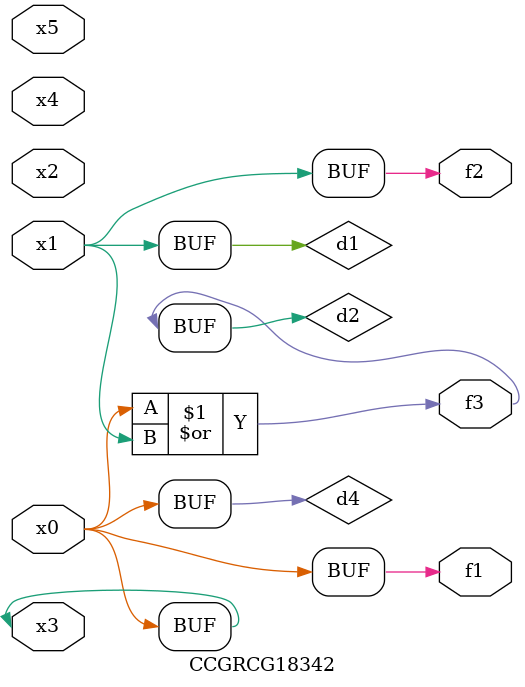
<source format=v>
module CCGRCG18342(
	input x0, x1, x2, x3, x4, x5,
	output f1, f2, f3
);

	wire d1, d2, d3, d4;

	and (d1, x1);
	or (d2, x0, x1);
	nand (d3, x0, x5);
	buf (d4, x0, x3);
	assign f1 = d4;
	assign f2 = d1;
	assign f3 = d2;
endmodule

</source>
